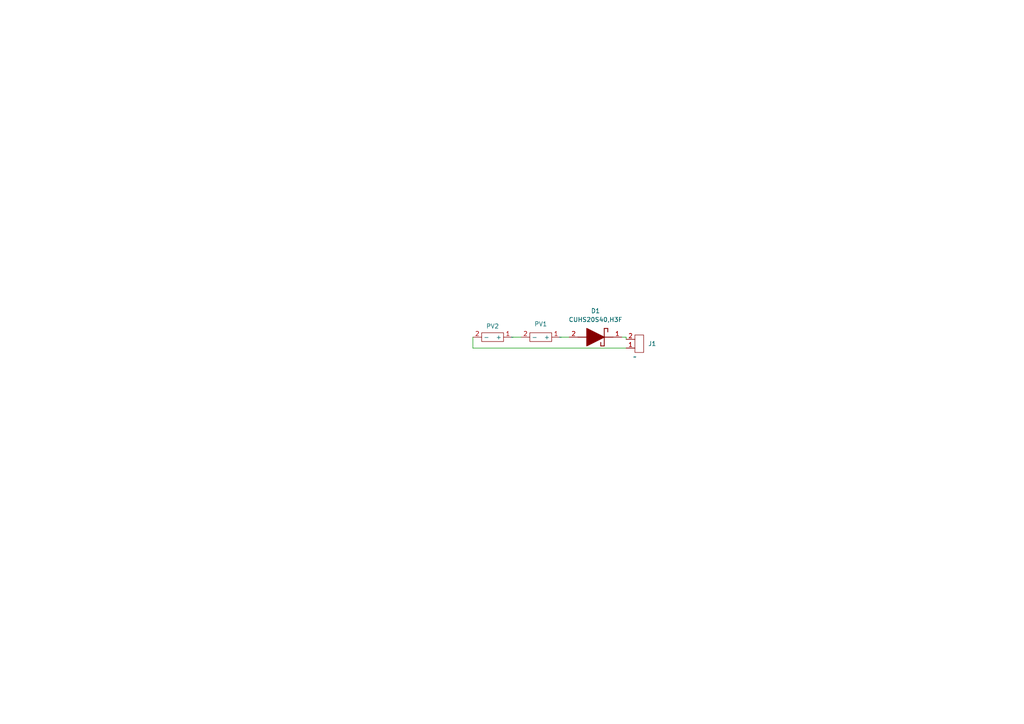
<source format=kicad_sch>
(kicad_sch (version 20230121) (generator eeschema)
  (paper "A4")
  (lib_symbols
    (symbol "thesis1:CUHS20S40,H3F" (pin_names hide)
      (property "Reference" "D" (at 6.35 6.35 0))
      (property "Value" "CUHS20S40,H3F" (at 1.27 -3.81 0))
      (symbol "CUHS20S40,H3F_1_1"
        (polyline (pts (xy 5.08 0) (xy 7.62 0)) (stroke (width 0.254)))
        (polyline (pts (xy 6.604 -1.524) (xy 6.604 -2.54)) (stroke (width 0.254)))
        (polyline (pts (xy 7.62 -2.54) (xy 6.604 -2.54)) (stroke (width 0.254)))
        (polyline (pts (xy 7.62 2.54) (xy 7.62 -2.54)) (stroke (width 0.254)))
        (polyline (pts (xy 7.62 2.54) (xy 8.636 2.54)) (stroke (width 0.254)))
        (polyline (pts (xy 8.636 1.524) (xy 8.636 2.54)) (stroke (width 0.254)))
        (polyline (pts (xy 12.7 0) (xy 15.24 0)) (stroke (width 0.254)))
        (polyline (pts (xy 7.62 0) (xy 12.7 2.54) (xy 12.7 -2.54) (xy 7.62 0)) (stroke (width 0.254)) (fill (type outline)))
        (pin passive line (at 2.54 0 0) (length 2.54) (name "K") (number "1"))
        (pin passive line (at 17.78 0 180) (length 2.54) (name "A") (number "2"))
      )
    )
    (symbol "thesis1:Molex_Picoblade_2x1_horz"
      (property "Reference" "J" (at 0 0 0))
      (symbol "Molex_Picoblade_2x1_horz_0_0"
        (pin passive line (at -2.54 -2.54 0) (length 2.54) (name "") (number "1"))
        (pin passive line (at -2.54 -5.08 0) (length 2.54) (name "") (number "2"))
      )
      (symbol "Molex_Picoblade_2x1_horz_0_1"
        (rectangle (start 0 -1.27) (end 2.54 -6.35))
      )
    )
    (symbol "thesis1:SM940K09L"
      (property "Reference" "PV" (at 3.81 2.54 0))
      (symbol "SM940K09L_0_0"
        (pin passive line (at 0 0 0) (length 2.54) (name "+") (number "1"))
        (pin passive line (at 11.43 0 180) (length 2.54) (name "-") (number "2"))
      )
      (symbol "SM940K09L_0_1"
        (rectangle (start 2.54 1.27) (end 8.89 -1.27))
      )
    )
  )
  (wire (pts (xy 137.16 97.79) (xy 137.16 100.965)))
  (wire (pts (xy 162.56 97.79) (xy 165.1 97.79)))
  (wire (pts (xy 181.61 97.79) (xy 181.61 98.425)))
  (wire (pts (xy 148.59 97.79) (xy 151.13 97.79)))
  (wire (pts (xy 180.34 97.79) (xy 181.61 97.79)))
  (wire (pts (xy 137.16 100.965) (xy 181.61 100.965)))
  (symbol (lib_id "thesis1:SM940K09L") (at 162.56 97.79 180) (unit 1)
    (property "Reference" "PV1" (at 156.845 93.98 0))
    (property "Value" "~" (at 162.56 97.79 0))
    (property "Footprint" "thesis:SM940K09L" (effects hide))
  )
  (symbol (lib_id "thesis1:CUHS20S40,H3F") (at 182.88 97.79 180) (unit 1)
    (property "Reference" "D1" (at 172.72 90.17 0))
    (property "Value" "CUHS20S40,H3F" (at 172.72 92.71 0))
    (property "Footprint" "thesis:CUHS20S40H3F" (effects hide))
    (property "Datasheet" "http://toshiba.semicon-storage.com/info/docget.jsp?did=63610&prodName=CUHS20S40" (effects hide))
    (property "Mouser Part Number" "757-CUHS20S40H3F" (effects hide))
    (property "Mouser Price/Stock" "https://www.mouser.co.uk/ProductDetail/Toshiba/CUHS20S40H3F?qs=PqoDHHvF6497gY1sWcBa1Q%3D%3D" (effects hide))
    (property "Manufacturer_Name" "Toshiba" (effects hide))
    (property "Manufacturer_Part_Number" "CUHS20S40,H3F" (effects hide))
  )
  (symbol (lib_id "thesis1:Molex_Picoblade_2x1_horz") (at 184.15 103.505 0) (mirror x) (unit 1)
    (property "Reference" "J1" (at 187.96 99.695 0) (effects (justify left)))
    (property "Value" "~" (at 184.15 103.505 0))
    (property "Footprint" "Connector_Molex:Molex_PicoBlade_53048-0210_1x02_P1.25mm_Horizontal" (effects hide))
  )
  (symbol (lib_id "thesis1:SM940K09L") (at 148.59 97.79 180) (unit 1)
    (property "Reference" "PV2" (at 142.875 94.615 0))
    (property "Value" "~" (at 148.59 97.79 0))
    (property "Footprint" "thesis:SM940K09L" (effects hide))
  )
)
</source>
